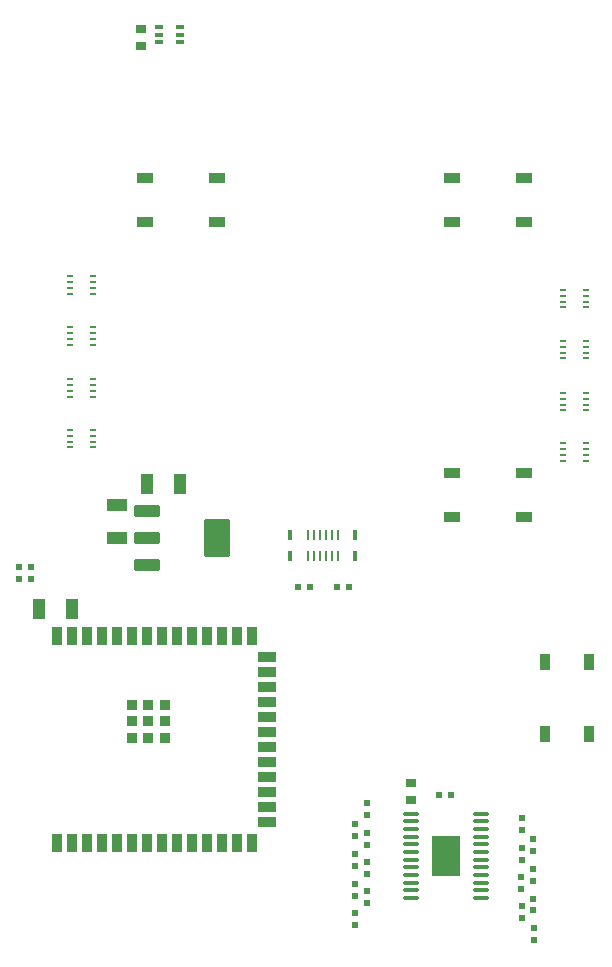
<source format=gbr>
%TF.GenerationSoftware,Altium Limited,Altium Designer,25.4.2 (15)*%
G04 Layer_Color=128*
%FSLAX45Y45*%
%MOMM*%
%TF.SameCoordinates,81630B90-A891-4B4D-9F54-97E9C8775566*%
%TF.FilePolarity,Positive*%
%TF.FileFunction,Paste,Bot*%
%TF.Part,Single*%
G01*
G75*
%TA.AperFunction,SMDPad,CuDef*%
G04:AMPARAMS|DCode=58|XSize=1.3mm|YSize=0.9mm|CornerRadius=0.045mm|HoleSize=0mm|Usage=FLASHONLY|Rotation=180.000|XOffset=0mm|YOffset=0mm|HoleType=Round|Shape=RoundedRectangle|*
%AMROUNDEDRECTD58*
21,1,1.30000,0.81000,0,0,180.0*
21,1,1.21000,0.90000,0,0,180.0*
1,1,0.09000,-0.60500,0.40500*
1,1,0.09000,0.60500,0.40500*
1,1,0.09000,0.60500,-0.40500*
1,1,0.09000,-0.60500,-0.40500*
%
%ADD58ROUNDEDRECTD58*%
G04:AMPARAMS|DCode=59|XSize=1.3mm|YSize=0.9mm|CornerRadius=0.045mm|HoleSize=0mm|Usage=FLASHONLY|Rotation=270.000|XOffset=0mm|YOffset=0mm|HoleType=Round|Shape=RoundedRectangle|*
%AMROUNDEDRECTD59*
21,1,1.30000,0.81000,0,0,270.0*
21,1,1.21000,0.90000,0,0,270.0*
1,1,0.09000,-0.40500,-0.60500*
1,1,0.09000,-0.40500,0.60500*
1,1,0.09000,0.40500,0.60500*
1,1,0.09000,0.40500,-0.60500*
%
%ADD59ROUNDEDRECTD59*%
%ADD60O,0.60000X0.20000*%
%ADD61O,1.40000X0.32500*%
%ADD62R,2.44000X3.42000*%
G04:AMPARAMS|DCode=63|XSize=1mm|YSize=2.15mm|CornerRadius=0.05mm|HoleSize=0mm|Usage=FLASHONLY|Rotation=270.000|XOffset=0mm|YOffset=0mm|HoleType=Round|Shape=RoundedRectangle|*
%AMROUNDEDRECTD63*
21,1,1.00000,2.05000,0,0,270.0*
21,1,0.90000,2.15000,0,0,270.0*
1,1,0.10000,-1.02500,-0.45000*
1,1,0.10000,-1.02500,0.45000*
1,1,0.10000,1.02500,0.45000*
1,1,0.10000,1.02500,-0.45000*
%
%ADD63ROUNDEDRECTD63*%
G04:AMPARAMS|DCode=64|XSize=3.25mm|YSize=2.15mm|CornerRadius=0.1075mm|HoleSize=0mm|Usage=FLASHONLY|Rotation=270.000|XOffset=0mm|YOffset=0mm|HoleType=Round|Shape=RoundedRectangle|*
%AMROUNDEDRECTD64*
21,1,3.25000,1.93500,0,0,270.0*
21,1,3.03500,2.15000,0,0,270.0*
1,1,0.21500,-0.96750,-1.51750*
1,1,0.21500,-0.96750,1.51750*
1,1,0.21500,0.96750,1.51750*
1,1,0.21500,0.96750,-1.51750*
%
%ADD64ROUNDEDRECTD64*%
G04:AMPARAMS|DCode=65|XSize=1.65mm|YSize=0.95mm|CornerRadius=0.00475mm|HoleSize=0mm|Usage=FLASHONLY|Rotation=90.000|XOffset=0mm|YOffset=0mm|HoleType=Round|Shape=RoundedRectangle|*
%AMROUNDEDRECTD65*
21,1,1.65000,0.94050,0,0,90.0*
21,1,1.64050,0.95000,0,0,90.0*
1,1,0.00950,0.47025,0.82025*
1,1,0.00950,0.47025,-0.82025*
1,1,0.00950,-0.47025,-0.82025*
1,1,0.00950,-0.47025,0.82025*
%
%ADD65ROUNDEDRECTD65*%
G04:AMPARAMS|DCode=66|XSize=1.65mm|YSize=0.95mm|CornerRadius=0.00475mm|HoleSize=0mm|Usage=FLASHONLY|Rotation=0.000|XOffset=0mm|YOffset=0mm|HoleType=Round|Shape=RoundedRectangle|*
%AMROUNDEDRECTD66*
21,1,1.65000,0.94050,0,0,0.0*
21,1,1.64050,0.95000,0,0,0.0*
1,1,0.00950,0.82025,-0.47025*
1,1,0.00950,-0.82025,-0.47025*
1,1,0.00950,-0.82025,0.47025*
1,1,0.00950,0.82025,0.47025*
%
%ADD66ROUNDEDRECTD66*%
G04:AMPARAMS|DCode=67|XSize=0.5mm|YSize=0.55mm|CornerRadius=0.025mm|HoleSize=0mm|Usage=FLASHONLY|Rotation=270.000|XOffset=0mm|YOffset=0mm|HoleType=Round|Shape=RoundedRectangle|*
%AMROUNDEDRECTD67*
21,1,0.50000,0.50000,0,0,270.0*
21,1,0.45000,0.55000,0,0,270.0*
1,1,0.05000,-0.25000,-0.22500*
1,1,0.05000,-0.25000,0.22500*
1,1,0.05000,0.25000,0.22500*
1,1,0.05000,0.25000,-0.22500*
%
%ADD67ROUNDEDRECTD67*%
G04:AMPARAMS|DCode=68|XSize=0.25mm|YSize=0.85mm|CornerRadius=0.0125mm|HoleSize=0mm|Usage=FLASHONLY|Rotation=180.000|XOffset=0mm|YOffset=0mm|HoleType=Round|Shape=RoundedRectangle|*
%AMROUNDEDRECTD68*
21,1,0.25000,0.82500,0,0,180.0*
21,1,0.22500,0.85000,0,0,180.0*
1,1,0.02500,-0.11250,0.41250*
1,1,0.02500,0.11250,0.41250*
1,1,0.02500,0.11250,-0.41250*
1,1,0.02500,-0.11250,-0.41250*
%
%ADD68ROUNDEDRECTD68*%
G04:AMPARAMS|DCode=69|XSize=0.5mm|YSize=0.55mm|CornerRadius=0.025mm|HoleSize=0mm|Usage=FLASHONLY|Rotation=0.000|XOffset=0mm|YOffset=0mm|HoleType=Round|Shape=RoundedRectangle|*
%AMROUNDEDRECTD69*
21,1,0.50000,0.50000,0,0,0.0*
21,1,0.45000,0.55000,0,0,0.0*
1,1,0.05000,0.22500,-0.25000*
1,1,0.05000,-0.22500,-0.25000*
1,1,0.05000,-0.22500,0.25000*
1,1,0.05000,0.22500,0.25000*
%
%ADD69ROUNDEDRECTD69*%
G04:AMPARAMS|DCode=70|XSize=0.35mm|YSize=0.85mm|CornerRadius=0.0175mm|HoleSize=0mm|Usage=FLASHONLY|Rotation=180.000|XOffset=0mm|YOffset=0mm|HoleType=Round|Shape=RoundedRectangle|*
%AMROUNDEDRECTD70*
21,1,0.35000,0.81500,0,0,180.0*
21,1,0.31500,0.85000,0,0,180.0*
1,1,0.03500,-0.15750,0.40750*
1,1,0.03500,0.15750,0.40750*
1,1,0.03500,0.15750,-0.40750*
1,1,0.03500,-0.15750,-0.40750*
%
%ADD70ROUNDEDRECTD70*%
G04:AMPARAMS|DCode=71|XSize=0.85mm|YSize=0.6mm|CornerRadius=0.003mm|HoleSize=0mm|Usage=FLASHONLY|Rotation=180.000|XOffset=0mm|YOffset=0mm|HoleType=Round|Shape=RoundedRectangle|*
%AMROUNDEDRECTD71*
21,1,0.85000,0.59400,0,0,180.0*
21,1,0.84400,0.60000,0,0,180.0*
1,1,0.00600,-0.42200,0.29700*
1,1,0.00600,0.42200,0.29700*
1,1,0.00600,0.42200,-0.29700*
1,1,0.00600,-0.42200,-0.29700*
%
%ADD71ROUNDEDRECTD71*%
%TA.AperFunction,ConnectorPad*%
G04:AMPARAMS|DCode=72|XSize=0.3mm|YSize=0.65mm|CornerRadius=0.015mm|HoleSize=0mm|Usage=FLASHONLY|Rotation=90.000|XOffset=0mm|YOffset=0mm|HoleType=Round|Shape=RoundedRectangle|*
%AMROUNDEDRECTD72*
21,1,0.30000,0.62000,0,0,90.0*
21,1,0.27000,0.65000,0,0,90.0*
1,1,0.03000,0.31000,0.13500*
1,1,0.03000,0.31000,-0.13500*
1,1,0.03000,-0.31000,-0.13500*
1,1,0.03000,-0.31000,0.13500*
%
%ADD72ROUNDEDRECTD72*%
%ADD73R,0.90000X1.50000*%
%TA.AperFunction,BGAPad,CuDef*%
%ADD74R,0.90000X0.90000*%
%TA.AperFunction,ConnectorPad*%
%ADD75R,1.50000X0.90000*%
D58*
X4095000Y6685000D02*
D03*
Y6315000D02*
D03*
X4705000Y6685000D02*
D03*
Y6315000D02*
D03*
X4095000Y4185000D02*
D03*
Y3815000D02*
D03*
X4705000Y4185000D02*
D03*
Y3815000D02*
D03*
X1495000Y6684999D02*
D03*
Y6315000D02*
D03*
X2105000Y6684999D02*
D03*
Y6315000D02*
D03*
D59*
X4879430Y1979977D02*
D03*
X5249430D02*
D03*
X4879430Y2589977D02*
D03*
X5249430D02*
D03*
D60*
X5036780Y5641121D02*
D03*
Y5591121D02*
D03*
Y5691121D02*
D03*
Y5741121D02*
D03*
X5226781D02*
D03*
Y5691121D02*
D03*
Y5641121D02*
D03*
Y5591121D02*
D03*
X5036780Y4768618D02*
D03*
Y4718618D02*
D03*
Y4818618D02*
D03*
Y4868618D02*
D03*
X5226781D02*
D03*
Y4818618D02*
D03*
Y4768618D02*
D03*
Y4718618D02*
D03*
X5036780Y4340331D02*
D03*
Y4290331D02*
D03*
Y4390331D02*
D03*
Y4440331D02*
D03*
X5226781D02*
D03*
Y4390331D02*
D03*
Y4340331D02*
D03*
Y4290331D02*
D03*
X1050700Y4505410D02*
D03*
Y4555410D02*
D03*
Y4455410D02*
D03*
Y4405410D02*
D03*
X860700D02*
D03*
Y4455410D02*
D03*
Y4505410D02*
D03*
Y4555410D02*
D03*
X1050700Y4933697D02*
D03*
Y4983697D02*
D03*
Y4883697D02*
D03*
Y4833697D02*
D03*
X860700D02*
D03*
Y4883697D02*
D03*
Y4933697D02*
D03*
Y4983697D02*
D03*
X1050700Y5374159D02*
D03*
Y5424159D02*
D03*
Y5324159D02*
D03*
Y5274159D02*
D03*
X860700D02*
D03*
Y5324159D02*
D03*
Y5374159D02*
D03*
Y5424159D02*
D03*
X1050700Y5806200D02*
D03*
Y5856200D02*
D03*
Y5756200D02*
D03*
Y5706200D02*
D03*
X860700D02*
D03*
Y5756200D02*
D03*
Y5806200D02*
D03*
Y5856200D02*
D03*
X5036780Y5209080D02*
D03*
Y5159080D02*
D03*
Y5259080D02*
D03*
Y5309080D02*
D03*
X5226781D02*
D03*
Y5259080D02*
D03*
Y5209080D02*
D03*
Y5159080D02*
D03*
D61*
X3750000Y1175000D02*
D03*
X4340000Y1110000D02*
D03*
Y1175000D02*
D03*
X3750000Y1305000D02*
D03*
Y1110000D02*
D03*
X4340000Y1240000D02*
D03*
X3750000D02*
D03*
X4340000Y1305000D02*
D03*
Y590000D02*
D03*
Y655000D02*
D03*
Y720000D02*
D03*
Y785000D02*
D03*
Y850000D02*
D03*
Y915000D02*
D03*
Y980000D02*
D03*
Y1045000D02*
D03*
X3750000D02*
D03*
Y980000D02*
D03*
Y915000D02*
D03*
Y785000D02*
D03*
Y720000D02*
D03*
Y655000D02*
D03*
Y590000D02*
D03*
Y850000D02*
D03*
D62*
X4045000Y947500D02*
D03*
D63*
X1514101Y3641300D02*
D03*
X1514100Y3411300D02*
D03*
Y3871300D02*
D03*
D64*
X2099100Y3641300D02*
D03*
D65*
X1794100Y4100000D02*
D03*
X1514100D02*
D03*
X596076Y3034999D02*
D03*
X876080Y3035000D02*
D03*
D66*
X1254600Y3641300D02*
D03*
Y3921300D02*
D03*
D67*
X4681269Y769432D02*
D03*
Y669432D02*
D03*
X4780585Y734198D02*
D03*
Y834198D02*
D03*
X4683060Y1016715D02*
D03*
Y916715D02*
D03*
X4683059Y1265985D02*
D03*
X4683059Y1165985D02*
D03*
X4780560Y991715D02*
D03*
Y1091714D02*
D03*
X3272500Y959198D02*
D03*
Y462187D02*
D03*
X3370000Y546271D02*
D03*
X3272500Y711270D02*
D03*
X3370000Y794432D02*
D03*
X3370000Y1041714D02*
D03*
X3272500Y1216714D02*
D03*
X3370000Y1290985D02*
D03*
X4683061Y421272D02*
D03*
X4780560Y586271D02*
D03*
X4784332Y337188D02*
D03*
X4683061Y521271D02*
D03*
X4784332Y237188D02*
D03*
X4780560Y486271D02*
D03*
X3272500Y611270D02*
D03*
X3272500Y859198D02*
D03*
X3370000Y646271D02*
D03*
X3272500Y362187D02*
D03*
X3370000Y1390985D02*
D03*
X3272500Y1116714D02*
D03*
X3370000Y1141715D02*
D03*
X3370000Y894432D02*
D03*
D68*
X3125000Y3662200D02*
D03*
Y3482200D02*
D03*
X2875001D02*
D03*
Y3662200D02*
D03*
X2925000Y3482200D02*
D03*
X3075000Y3662200D02*
D03*
X2975000D02*
D03*
X3025000Y3482200D02*
D03*
Y3662200D02*
D03*
X2975000Y3482200D02*
D03*
X3075000D02*
D03*
X2925000Y3662200D02*
D03*
D69*
X4082500Y1465000D02*
D03*
X3218367Y3221045D02*
D03*
X2789443Y3221041D02*
D03*
X3982500Y1465000D02*
D03*
X425000Y3295000D02*
D03*
Y3395000D02*
D03*
X2889443Y3221041D02*
D03*
X3118367Y3221045D02*
D03*
X525000Y3295000D02*
D03*
Y3395000D02*
D03*
D70*
X3275000Y3482200D02*
D03*
Y3662200D02*
D03*
X2725000D02*
D03*
Y3482200D02*
D03*
D71*
X3750000Y1567500D02*
D03*
X1462400Y7947580D02*
D03*
X3750000Y1422500D02*
D03*
X1462400Y7802580D02*
D03*
D72*
X1610000Y7965000D02*
D03*
X1790000D02*
D03*
Y7835000D02*
D03*
X1610000D02*
D03*
X1790000Y7900000D02*
D03*
X1610000D02*
D03*
D73*
X749080Y2810480D02*
D03*
Y1060480D02*
D03*
X1257080D02*
D03*
X2146080D02*
D03*
X2273080D02*
D03*
X1130080D02*
D03*
X876080D02*
D03*
X1003080D02*
D03*
X2400080Y2810480D02*
D03*
X2273080D02*
D03*
X876080D02*
D03*
X2400080Y1060480D02*
D03*
X2019080D02*
D03*
X1892080D02*
D03*
X1003080Y2810480D02*
D03*
X2019080D02*
D03*
X2146080D02*
D03*
X1892080D02*
D03*
X1765080D02*
D03*
X1638080D02*
D03*
X1511080D02*
D03*
X1384080D02*
D03*
X1257080D02*
D03*
X1130080D02*
D03*
X1384080Y1060480D02*
D03*
X1511080D02*
D03*
X1638080D02*
D03*
X1765080D02*
D03*
D74*
X1661080Y2225480D02*
D03*
Y2085480D02*
D03*
X1521080Y2225480D02*
D03*
Y2085480D02*
D03*
Y1945480D02*
D03*
X1661080D02*
D03*
X1381080Y2225480D02*
D03*
Y2085480D02*
D03*
Y1945480D02*
D03*
D75*
X2525080Y1363980D02*
D03*
Y2633980D02*
D03*
Y1490980D02*
D03*
Y2379980D02*
D03*
Y2252980D02*
D03*
Y2125980D02*
D03*
Y1998980D02*
D03*
Y1871980D02*
D03*
Y1744980D02*
D03*
Y1617980D02*
D03*
Y1236980D02*
D03*
Y2506980D02*
D03*
%TF.MD5,e3ffa312eb1040d2bbbd229d2e5998bb*%
M02*

</source>
